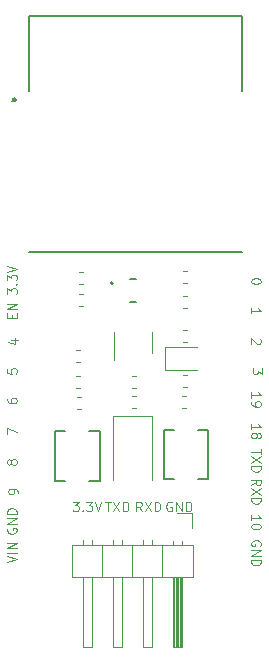
<source format=gbr>
G04 #@! TF.GenerationSoftware,KiCad,Pcbnew,(5.1.4-0)*
G04 #@! TF.CreationDate,2021-09-04T14:31:52+08:00*
G04 #@! TF.ProjectId,esp32-c3-breakout,65737033-322d-4633-932d-627265616b6f,V1.0*
G04 #@! TF.SameCoordinates,Original*
G04 #@! TF.FileFunction,Legend,Top*
G04 #@! TF.FilePolarity,Positive*
%FSLAX46Y46*%
G04 Gerber Fmt 4.6, Leading zero omitted, Abs format (unit mm)*
G04 Created by KiCad (PCBNEW (5.1.4-0)) date 2021-09-04 14:31:52*
%MOMM*%
%LPD*%
G04 APERTURE LIST*
%ADD10C,0.120000*%
%ADD11C,0.127000*%
%ADD12C,0.200000*%
%ADD13C,0.400000*%
G04 APERTURE END LIST*
D10*
X202719047Y-103161904D02*
X203214285Y-103161904D01*
X202947619Y-103466666D01*
X203061904Y-103466666D01*
X203138095Y-103504761D01*
X203176190Y-103542857D01*
X203214285Y-103619047D01*
X203214285Y-103809523D01*
X203176190Y-103885714D01*
X203138095Y-103923809D01*
X203061904Y-103961904D01*
X202833333Y-103961904D01*
X202757142Y-103923809D01*
X202719047Y-103885714D01*
X203557142Y-103885714D02*
X203595238Y-103923809D01*
X203557142Y-103961904D01*
X203519047Y-103923809D01*
X203557142Y-103885714D01*
X203557142Y-103961904D01*
X203861904Y-103161904D02*
X204357142Y-103161904D01*
X204090476Y-103466666D01*
X204204761Y-103466666D01*
X204280952Y-103504761D01*
X204319047Y-103542857D01*
X204357142Y-103619047D01*
X204357142Y-103809523D01*
X204319047Y-103885714D01*
X204280952Y-103923809D01*
X204204761Y-103961904D01*
X203976190Y-103961904D01*
X203900000Y-103923809D01*
X203861904Y-103885714D01*
X204585714Y-103161904D02*
X204852380Y-103961904D01*
X205119047Y-103161904D01*
X208566666Y-103961904D02*
X208300000Y-103580952D01*
X208109523Y-103961904D02*
X208109523Y-103161904D01*
X208414285Y-103161904D01*
X208490476Y-103200000D01*
X208528571Y-103238095D01*
X208566666Y-103314285D01*
X208566666Y-103428571D01*
X208528571Y-103504761D01*
X208490476Y-103542857D01*
X208414285Y-103580952D01*
X208109523Y-103580952D01*
X208833333Y-103161904D02*
X209366666Y-103961904D01*
X209366666Y-103161904D02*
X208833333Y-103961904D01*
X209671428Y-103961904D02*
X209671428Y-103161904D01*
X209861904Y-103161904D01*
X209976190Y-103200000D01*
X210052380Y-103276190D01*
X210090476Y-103352380D01*
X210128571Y-103504761D01*
X210128571Y-103619047D01*
X210090476Y-103771428D01*
X210052380Y-103847619D01*
X209976190Y-103923809D01*
X209861904Y-103961904D01*
X209671428Y-103961904D01*
X205490476Y-103161904D02*
X205947619Y-103161904D01*
X205719047Y-103961904D02*
X205719047Y-103161904D01*
X206138095Y-103161904D02*
X206671428Y-103961904D01*
X206671428Y-103161904D02*
X206138095Y-103961904D01*
X206976190Y-103961904D02*
X206976190Y-103161904D01*
X207166666Y-103161904D01*
X207280952Y-103200000D01*
X207357142Y-103276190D01*
X207395238Y-103352380D01*
X207433333Y-103504761D01*
X207433333Y-103619047D01*
X207395238Y-103771428D01*
X207357142Y-103847619D01*
X207280952Y-103923809D01*
X207166666Y-103961904D01*
X206976190Y-103961904D01*
X211090476Y-103200000D02*
X211014285Y-103161904D01*
X210900000Y-103161904D01*
X210785714Y-103200000D01*
X210709523Y-103276190D01*
X210671428Y-103352380D01*
X210633333Y-103504761D01*
X210633333Y-103619047D01*
X210671428Y-103771428D01*
X210709523Y-103847619D01*
X210785714Y-103923809D01*
X210900000Y-103961904D01*
X210976190Y-103961904D01*
X211090476Y-103923809D01*
X211128571Y-103885714D01*
X211128571Y-103619047D01*
X210976190Y-103619047D01*
X211471428Y-103961904D02*
X211471428Y-103161904D01*
X211928571Y-103961904D01*
X211928571Y-103161904D01*
X212309523Y-103961904D02*
X212309523Y-103161904D01*
X212500000Y-103161904D01*
X212614285Y-103200000D01*
X212690476Y-103276190D01*
X212728571Y-103352380D01*
X212766666Y-103504761D01*
X212766666Y-103619047D01*
X212728571Y-103771428D01*
X212690476Y-103847619D01*
X212614285Y-103923809D01*
X212500000Y-103961904D01*
X212309523Y-103961904D01*
X218600000Y-106890476D02*
X218638095Y-106814285D01*
X218638095Y-106700000D01*
X218600000Y-106585714D01*
X218523809Y-106509523D01*
X218447619Y-106471428D01*
X218295238Y-106433333D01*
X218180952Y-106433333D01*
X218028571Y-106471428D01*
X217952380Y-106509523D01*
X217876190Y-106585714D01*
X217838095Y-106700000D01*
X217838095Y-106776190D01*
X217876190Y-106890476D01*
X217914285Y-106928571D01*
X218180952Y-106928571D01*
X218180952Y-106776190D01*
X217838095Y-107271428D02*
X218638095Y-107271428D01*
X217838095Y-107728571D01*
X218638095Y-107728571D01*
X217838095Y-108109523D02*
X218638095Y-108109523D01*
X218638095Y-108300000D01*
X218600000Y-108414285D01*
X218523809Y-108490476D01*
X218447619Y-108528571D01*
X218295238Y-108566666D01*
X218180952Y-108566666D01*
X218028571Y-108528571D01*
X217952380Y-108490476D01*
X217876190Y-108414285D01*
X217838095Y-108300000D01*
X217838095Y-108109523D01*
X217838095Y-104747619D02*
X217838095Y-104290476D01*
X217838095Y-104519047D02*
X218638095Y-104519047D01*
X218523809Y-104442857D01*
X218447619Y-104366666D01*
X218409523Y-104290476D01*
X218638095Y-105242857D02*
X218638095Y-105319047D01*
X218600000Y-105395238D01*
X218561904Y-105433333D01*
X218485714Y-105471428D01*
X218333333Y-105509523D01*
X218142857Y-105509523D01*
X217990476Y-105471428D01*
X217914285Y-105433333D01*
X217876190Y-105395238D01*
X217838095Y-105319047D01*
X217838095Y-105242857D01*
X217876190Y-105166666D01*
X217914285Y-105128571D01*
X217990476Y-105090476D01*
X218142857Y-105052380D01*
X218333333Y-105052380D01*
X218485714Y-105090476D01*
X218561904Y-105128571D01*
X218600000Y-105166666D01*
X218638095Y-105242857D01*
X217838095Y-101766666D02*
X218219047Y-101500000D01*
X217838095Y-101309523D02*
X218638095Y-101309523D01*
X218638095Y-101614285D01*
X218600000Y-101690476D01*
X218561904Y-101728571D01*
X218485714Y-101766666D01*
X218371428Y-101766666D01*
X218295238Y-101728571D01*
X218257142Y-101690476D01*
X218219047Y-101614285D01*
X218219047Y-101309523D01*
X218638095Y-102033333D02*
X217838095Y-102566666D01*
X218638095Y-102566666D02*
X217838095Y-102033333D01*
X217838095Y-102871428D02*
X218638095Y-102871428D01*
X218638095Y-103061904D01*
X218600000Y-103176190D01*
X218523809Y-103252380D01*
X218447619Y-103290476D01*
X218295238Y-103328571D01*
X218180952Y-103328571D01*
X218028571Y-103290476D01*
X217952380Y-103252380D01*
X217876190Y-103176190D01*
X217838095Y-103061904D01*
X217838095Y-102871428D01*
X218638095Y-98690476D02*
X218638095Y-99147619D01*
X217838095Y-98919047D02*
X218638095Y-98919047D01*
X218638095Y-99338095D02*
X217838095Y-99871428D01*
X218638095Y-99871428D02*
X217838095Y-99338095D01*
X217838095Y-100176190D02*
X218638095Y-100176190D01*
X218638095Y-100366666D01*
X218600000Y-100480952D01*
X218523809Y-100557142D01*
X218447619Y-100595238D01*
X218295238Y-100633333D01*
X218180952Y-100633333D01*
X218028571Y-100595238D01*
X217952380Y-100557142D01*
X217876190Y-100480952D01*
X217838095Y-100366666D01*
X217838095Y-100176190D01*
X217838095Y-97047619D02*
X217838095Y-96590476D01*
X217838095Y-96819047D02*
X218638095Y-96819047D01*
X218523809Y-96742857D01*
X218447619Y-96666666D01*
X218409523Y-96590476D01*
X218295238Y-97504761D02*
X218333333Y-97428571D01*
X218371428Y-97390476D01*
X218447619Y-97352380D01*
X218485714Y-97352380D01*
X218561904Y-97390476D01*
X218600000Y-97428571D01*
X218638095Y-97504761D01*
X218638095Y-97657142D01*
X218600000Y-97733333D01*
X218561904Y-97771428D01*
X218485714Y-97809523D01*
X218447619Y-97809523D01*
X218371428Y-97771428D01*
X218333333Y-97733333D01*
X218295238Y-97657142D01*
X218295238Y-97504761D01*
X218257142Y-97428571D01*
X218219047Y-97390476D01*
X218142857Y-97352380D01*
X217990476Y-97352380D01*
X217914285Y-97390476D01*
X217876190Y-97428571D01*
X217838095Y-97504761D01*
X217838095Y-97657142D01*
X217876190Y-97733333D01*
X217914285Y-97771428D01*
X217990476Y-97809523D01*
X218142857Y-97809523D01*
X218219047Y-97771428D01*
X218257142Y-97733333D01*
X218295238Y-97657142D01*
X217838095Y-94347619D02*
X217838095Y-93890476D01*
X217838095Y-94119047D02*
X218638095Y-94119047D01*
X218523809Y-94042857D01*
X218447619Y-93966666D01*
X218409523Y-93890476D01*
X217838095Y-94728571D02*
X217838095Y-94880952D01*
X217876190Y-94957142D01*
X217914285Y-94995238D01*
X218028571Y-95071428D01*
X218180952Y-95109523D01*
X218485714Y-95109523D01*
X218561904Y-95071428D01*
X218600000Y-95033333D01*
X218638095Y-94957142D01*
X218638095Y-94804761D01*
X218600000Y-94728571D01*
X218561904Y-94690476D01*
X218485714Y-94652380D01*
X218295238Y-94652380D01*
X218219047Y-94690476D01*
X218180952Y-94728571D01*
X218142857Y-94804761D01*
X218142857Y-94957142D01*
X218180952Y-95033333D01*
X218219047Y-95071428D01*
X218295238Y-95109523D01*
X218738095Y-91833333D02*
X218738095Y-92328571D01*
X218433333Y-92061904D01*
X218433333Y-92176190D01*
X218395238Y-92252380D01*
X218357142Y-92290476D01*
X218280952Y-92328571D01*
X218090476Y-92328571D01*
X218014285Y-92290476D01*
X217976190Y-92252380D01*
X217938095Y-92176190D01*
X217938095Y-91947619D01*
X217976190Y-91871428D01*
X218014285Y-91833333D01*
X218561904Y-89371428D02*
X218600000Y-89409523D01*
X218638095Y-89485714D01*
X218638095Y-89676190D01*
X218600000Y-89752380D01*
X218561904Y-89790476D01*
X218485714Y-89828571D01*
X218409523Y-89828571D01*
X218295238Y-89790476D01*
X217838095Y-89333333D01*
X217838095Y-89828571D01*
X217838095Y-87228571D02*
X217838095Y-86771428D01*
X217838095Y-87000000D02*
X218638095Y-87000000D01*
X218523809Y-86923809D01*
X218447619Y-86847619D01*
X218409523Y-86771428D01*
X218638095Y-84461904D02*
X218638095Y-84538095D01*
X218600000Y-84614285D01*
X218561904Y-84652380D01*
X218485714Y-84690476D01*
X218333333Y-84728571D01*
X218142857Y-84728571D01*
X217990476Y-84690476D01*
X217914285Y-84652380D01*
X217876190Y-84614285D01*
X217838095Y-84538095D01*
X217838095Y-84461904D01*
X217876190Y-84385714D01*
X217914285Y-84347619D01*
X217990476Y-84309523D01*
X218142857Y-84271428D01*
X218333333Y-84271428D01*
X218485714Y-84309523D01*
X218561904Y-84347619D01*
X218600000Y-84385714D01*
X218638095Y-84461904D01*
X197161904Y-85580952D02*
X197161904Y-85085714D01*
X197466666Y-85352380D01*
X197466666Y-85238095D01*
X197504761Y-85161904D01*
X197542857Y-85123809D01*
X197619047Y-85085714D01*
X197809523Y-85085714D01*
X197885714Y-85123809D01*
X197923809Y-85161904D01*
X197961904Y-85238095D01*
X197961904Y-85466666D01*
X197923809Y-85542857D01*
X197885714Y-85580952D01*
X197885714Y-84742857D02*
X197923809Y-84704761D01*
X197961904Y-84742857D01*
X197923809Y-84780952D01*
X197885714Y-84742857D01*
X197961904Y-84742857D01*
X197161904Y-84438095D02*
X197161904Y-83942857D01*
X197466666Y-84209523D01*
X197466666Y-84095238D01*
X197504761Y-84019047D01*
X197542857Y-83980952D01*
X197619047Y-83942857D01*
X197809523Y-83942857D01*
X197885714Y-83980952D01*
X197923809Y-84019047D01*
X197961904Y-84095238D01*
X197961904Y-84323809D01*
X197923809Y-84400000D01*
X197885714Y-84438095D01*
X197161904Y-83714285D02*
X197961904Y-83447619D01*
X197161904Y-83180952D01*
X197542857Y-87590476D02*
X197542857Y-87323809D01*
X197961904Y-87209523D02*
X197961904Y-87590476D01*
X197161904Y-87590476D01*
X197161904Y-87209523D01*
X197961904Y-86866666D02*
X197161904Y-86866666D01*
X197961904Y-86409523D01*
X197161904Y-86409523D01*
X197528571Y-89447619D02*
X198061904Y-89447619D01*
X197223809Y-89638095D02*
X197795238Y-89828571D01*
X197795238Y-89333333D01*
X197161904Y-91909523D02*
X197161904Y-92290476D01*
X197542857Y-92328571D01*
X197504761Y-92290476D01*
X197466666Y-92214285D01*
X197466666Y-92023809D01*
X197504761Y-91947619D01*
X197542857Y-91909523D01*
X197619047Y-91871428D01*
X197809523Y-91871428D01*
X197885714Y-91909523D01*
X197923809Y-91947619D01*
X197961904Y-92023809D01*
X197961904Y-92214285D01*
X197923809Y-92290476D01*
X197885714Y-92328571D01*
X197161904Y-94447619D02*
X197161904Y-94600000D01*
X197200000Y-94676190D01*
X197238095Y-94714285D01*
X197352380Y-94790476D01*
X197504761Y-94828571D01*
X197809523Y-94828571D01*
X197885714Y-94790476D01*
X197923809Y-94752380D01*
X197961904Y-94676190D01*
X197961904Y-94523809D01*
X197923809Y-94447619D01*
X197885714Y-94409523D01*
X197809523Y-94371428D01*
X197619047Y-94371428D01*
X197542857Y-94409523D01*
X197504761Y-94447619D01*
X197466666Y-94523809D01*
X197466666Y-94676190D01*
X197504761Y-94752380D01*
X197542857Y-94790476D01*
X197619047Y-94828571D01*
X197161904Y-97466666D02*
X197161904Y-96933333D01*
X197961904Y-97276190D01*
X197504761Y-99876190D02*
X197466666Y-99952380D01*
X197428571Y-99990476D01*
X197352380Y-100028571D01*
X197314285Y-100028571D01*
X197238095Y-99990476D01*
X197200000Y-99952380D01*
X197161904Y-99876190D01*
X197161904Y-99723809D01*
X197200000Y-99647619D01*
X197238095Y-99609523D01*
X197314285Y-99571428D01*
X197352380Y-99571428D01*
X197428571Y-99609523D01*
X197466666Y-99647619D01*
X197504761Y-99723809D01*
X197504761Y-99876190D01*
X197542857Y-99952380D01*
X197580952Y-99990476D01*
X197657142Y-100028571D01*
X197809523Y-100028571D01*
X197885714Y-99990476D01*
X197923809Y-99952380D01*
X197961904Y-99876190D01*
X197961904Y-99723809D01*
X197923809Y-99647619D01*
X197885714Y-99609523D01*
X197809523Y-99571428D01*
X197657142Y-99571428D01*
X197580952Y-99609523D01*
X197542857Y-99647619D01*
X197504761Y-99723809D01*
X198061904Y-102452380D02*
X198061904Y-102300000D01*
X198023809Y-102223809D01*
X197985714Y-102185714D01*
X197871428Y-102109523D01*
X197719047Y-102071428D01*
X197414285Y-102071428D01*
X197338095Y-102109523D01*
X197300000Y-102147619D01*
X197261904Y-102223809D01*
X197261904Y-102376190D01*
X197300000Y-102452380D01*
X197338095Y-102490476D01*
X197414285Y-102528571D01*
X197604761Y-102528571D01*
X197680952Y-102490476D01*
X197719047Y-102452380D01*
X197757142Y-102376190D01*
X197757142Y-102223809D01*
X197719047Y-102147619D01*
X197680952Y-102109523D01*
X197604761Y-102071428D01*
X197161904Y-108276190D02*
X197961904Y-108009523D01*
X197161904Y-107742857D01*
X197961904Y-107476190D02*
X197161904Y-107476190D01*
X197961904Y-107095238D02*
X197161904Y-107095238D01*
X197961904Y-106638095D01*
X197161904Y-106638095D01*
X197200000Y-105409523D02*
X197161904Y-105485714D01*
X197161904Y-105600000D01*
X197200000Y-105714285D01*
X197276190Y-105790476D01*
X197352380Y-105828571D01*
X197504761Y-105866666D01*
X197619047Y-105866666D01*
X197771428Y-105828571D01*
X197847619Y-105790476D01*
X197923809Y-105714285D01*
X197961904Y-105600000D01*
X197961904Y-105523809D01*
X197923809Y-105409523D01*
X197885714Y-105371428D01*
X197619047Y-105371428D01*
X197619047Y-105523809D01*
X197961904Y-105028571D02*
X197161904Y-105028571D01*
X197961904Y-104571428D01*
X197161904Y-104571428D01*
X197961904Y-104190476D02*
X197161904Y-104190476D01*
X197161904Y-104000000D01*
X197200000Y-103885714D01*
X197276190Y-103809523D01*
X197352380Y-103771428D01*
X197504761Y-103733333D01*
X197619047Y-103733333D01*
X197771428Y-103771428D01*
X197847619Y-103809523D01*
X197923809Y-103885714D01*
X197961904Y-104000000D01*
X197961904Y-104190476D01*
X208070267Y-92502000D02*
X207727733Y-92502000D01*
X208070267Y-93522000D02*
X207727733Y-93522000D01*
X208070267Y-94232000D02*
X207727733Y-94232000D01*
X208070267Y-95252000D02*
X207727733Y-95252000D01*
X212045733Y-88644000D02*
X212388267Y-88644000D01*
X212045733Y-89664000D02*
X212388267Y-89664000D01*
X203228733Y-85590000D02*
X203571267Y-85590000D01*
X203228733Y-86610000D02*
X203571267Y-86610000D01*
X203228733Y-84710000D02*
X203571267Y-84710000D01*
X203228733Y-83690000D02*
X203571267Y-83690000D01*
X203045733Y-95352000D02*
X203388267Y-95352000D01*
X203045733Y-94332000D02*
X203388267Y-94332000D01*
X203028733Y-92490000D02*
X203371267Y-92490000D01*
X203028733Y-93510000D02*
X203371267Y-93510000D01*
X212005733Y-94232000D02*
X212348267Y-94232000D01*
X212005733Y-95252000D02*
X212348267Y-95252000D01*
X209422000Y-95914000D02*
X206122000Y-95914000D01*
X206122000Y-95914000D02*
X206122000Y-101314000D01*
X209422000Y-95914000D02*
X209422000Y-101314000D01*
X212912000Y-106850000D02*
X202632000Y-106850000D01*
X202632000Y-106850000D02*
X202632000Y-109510000D01*
X202632000Y-109510000D02*
X212912000Y-109510000D01*
X212912000Y-109510000D02*
X212912000Y-106850000D01*
X211962000Y-109510000D02*
X211962000Y-115510000D01*
X211962000Y-115510000D02*
X211202000Y-115510000D01*
X211202000Y-115510000D02*
X211202000Y-109510000D01*
X211902000Y-109510000D02*
X211902000Y-115510000D01*
X211782000Y-109510000D02*
X211782000Y-115510000D01*
X211662000Y-109510000D02*
X211662000Y-115510000D01*
X211542000Y-109510000D02*
X211542000Y-115510000D01*
X211422000Y-109510000D02*
X211422000Y-115510000D01*
X211302000Y-109510000D02*
X211302000Y-115510000D01*
X211962000Y-106520000D02*
X211962000Y-106850000D01*
X211202000Y-106520000D02*
X211202000Y-106850000D01*
X210312000Y-106850000D02*
X210312000Y-109510000D01*
X209422000Y-109510000D02*
X209422000Y-115510000D01*
X209422000Y-115510000D02*
X208662000Y-115510000D01*
X208662000Y-115510000D02*
X208662000Y-109510000D01*
X209422000Y-106452929D02*
X209422000Y-106850000D01*
X208662000Y-106452929D02*
X208662000Y-106850000D01*
X207772000Y-106850000D02*
X207772000Y-109510000D01*
X206882000Y-109510000D02*
X206882000Y-115510000D01*
X206882000Y-115510000D02*
X206122000Y-115510000D01*
X206122000Y-115510000D02*
X206122000Y-109510000D01*
X206882000Y-106452929D02*
X206882000Y-106850000D01*
X206122000Y-106452929D02*
X206122000Y-106850000D01*
X205232000Y-106850000D02*
X205232000Y-109510000D01*
X204342000Y-109510000D02*
X204342000Y-115510000D01*
X204342000Y-115510000D02*
X203582000Y-115510000D01*
X203582000Y-115510000D02*
X203582000Y-109510000D01*
X204342000Y-106452929D02*
X204342000Y-106850000D01*
X203582000Y-106452929D02*
X203582000Y-106850000D01*
X211582000Y-104140000D02*
X212852000Y-104140000D01*
X212852000Y-104140000D02*
X212852000Y-105410000D01*
X212045733Y-92454000D02*
X212388267Y-92454000D01*
X212045733Y-93474000D02*
X212388267Y-93474000D01*
X212388267Y-86743000D02*
X212045733Y-86743000D01*
X212388267Y-85723000D02*
X212045733Y-85723000D01*
X212045733Y-83612000D02*
X212388267Y-83612000D01*
X212045733Y-84632000D02*
X212388267Y-84632000D01*
X203371267Y-90290000D02*
X203028733Y-90290000D01*
X203371267Y-91310000D02*
X203028733Y-91310000D01*
D11*
X202060000Y-101387000D02*
X201190000Y-101387000D01*
X201190000Y-101387000D02*
X201190000Y-97187000D01*
X201220000Y-97187000D02*
X202090000Y-97187000D01*
X204120000Y-101387000D02*
X204990000Y-101387000D01*
X204990000Y-101387000D02*
X204990000Y-97187000D01*
X204990000Y-97187000D02*
X204120000Y-97187000D01*
X214204000Y-97087000D02*
X213334000Y-97087000D01*
X214204000Y-101287000D02*
X214204000Y-97087000D01*
X213334000Y-101287000D02*
X214204000Y-101287000D01*
X210434000Y-97087000D02*
X211304000Y-97087000D01*
X210404000Y-101287000D02*
X210404000Y-97087000D01*
X211274000Y-101287000D02*
X210404000Y-101287000D01*
D10*
X209461000Y-90562000D02*
X209461000Y-88762000D01*
X206241000Y-88762000D02*
X206241000Y-91212000D01*
D11*
X207555000Y-84300000D02*
X208045000Y-84300000D01*
X207555000Y-86300000D02*
X208045000Y-86300000D01*
D12*
X206130000Y-84670000D02*
G75*
G03X206130000Y-84670000I-100000J0D01*
G01*
D11*
X199026000Y-82041000D02*
X217026000Y-82041000D01*
X199026000Y-62041000D02*
X199026000Y-68401000D01*
X217026000Y-62041000D02*
X217026000Y-68401000D01*
X199026000Y-62041000D02*
X217026000Y-62041000D01*
D13*
X197776000Y-69141000D02*
G75*
G03X197776000Y-69141000I-50000J0D01*
G01*
D10*
X213217000Y-90099000D02*
X210532000Y-90099000D01*
X210532000Y-90099000D02*
X210532000Y-92019000D01*
X210532000Y-92019000D02*
X213217000Y-92019000D01*
M02*

</source>
